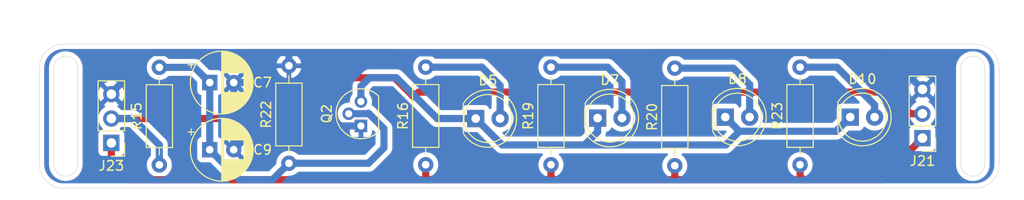
<source format=kicad_pcb>
(kicad_pcb (version 20241229) (generator "pcbnew") (generator_version "9.0")
  (layers (0 "F.Cu" signal) (2 "B.Cu" signal) (13 "F.Paste" user) (15 "B.Paste" user) (5 "F.SilkS" user "F.Silkscreen") (7 "B.SilkS" user "B.Silkscreen") (1 "F.Mask" user) (3 "B.Mask" user) (25 "Edge.Cuts" user))
  (net 0 "")
  (net 1 "Net-(Q2-B)")
  (net 2 "GND1")
  (net 3 "Net-(D5-A)")
  (net 4 "Net-(D10-K)")
  (net 5 "Net-(D7-A)")
  (net 6 "Net-(D8-A)")
  (net 7 "Net-(D10-A)")
  (net 8 "VCC")
  (net 9 "Net-(J21-Pin_2)")
  (footprint "Package_TO_SOT_THT:TO-92" (layer "F.Cu") (at 83.5 33.52 90)
    (property "Reference" "Q2" (at 1.27 -3.56 90) (layer "F.SilkS"))
    (property "Value" "2n2222A")
    (fp_line (start -0.53 1.85) (end 3.07 1.85) (stroke (width 0.12)) (layer "F.SilkS"))
    (fp_arc (start 1.27 -2.6) (mid 3.672087 -0.994977) (end 3.108478 1.838478) (stroke (width 0.12)) (layer "F.SilkS"))
    (fp_arc (start -0.568478 1.838478) (mid -1.132087 -0.994977) (end 1.27 -2.6) (stroke (width 0.12)) (layer "F.SilkS"))
    (pad "1" thru_hole rect (at 0 0 90) (size 1.3 1.3) (drill 0.75) (layers "*.Cu" "*.Mask") (net 2 "GND1"))
    (pad "2" thru_hole circle (at 1.27 -1.27 90) (size 1.3 1.3) (drill 0.75) (layers "*.Cu" "*.Mask") (net 1 "Net-(Q2-B)"))
    (pad "3" thru_hole circle (at 2.54 0 90) (size 1.3 1.3) (drill 0.75) (layers "*.Cu" "*.Mask") (net 4 "Net-(D10-K)"))
  )
  (footprint "Resistor_THT:R_Axial_DIN0207_L6.3mm_D2.5mm_P10.16mm_Horizontal" (layer "F.Cu") (at 62.5 37.58 90)
    (property "Reference" "R15" (at 5.08 -2.37 90) (layer "F.SilkS"))
    (property "Value" "47k")
    (fp_line (start 8.35 -1.37) (end 1.81 -1.37) (stroke (width 0.12)) (layer "F.SilkS"))
    (fp_line (start 1.81 -1.37) (end 1.81 1.37) (stroke (width 0.12)) (layer "F.SilkS"))
    (fp_line (start 9.12 0) (end 8.35 0) (stroke (width 0.12)) (layer "F.SilkS"))
    (fp_line (start 1.04 0) (end 1.81 0) (stroke (width 0.12)) (layer "F.SilkS"))
    (fp_line (start 8.35 1.37) (end 8.35 -1.37) (stroke (width 0.12)) (layer "F.SilkS"))
    (fp_line (start 1.81 1.37) (end 8.35 1.37) (stroke (width 0.12)) (layer "F.SilkS"))
    (pad "1" thru_hole circle (at 0 0 90) (size 1.6 1.6) (drill 0.8) (layers "*.Cu" "*.Mask") (net 9 "Net-(J21-Pin_2)"))
    (pad "2" thru_hole oval (at 10.16 0 90) (size 1.6 1.6) (drill 0.8) (layers "*.Cu" "*.Mask") (net 1 "Net-(Q2-B)"))
  )
  (footprint "LED_THT:LED_D5.0mm" (layer "F.Cu") (at 134.475 32.6)
    (property "Reference" "D10" (at 1.27 -3.96 0) (layer "F.SilkS"))
    (property "Value" "D")
    (fp_line (start -1.29 -1.545) (end -1.29 1.545) (stroke (width 0.12)) (layer "F.SilkS"))
    (fp_arc (start -1.29 -1.54483) (mid 2.071756 -2.880501) (end 4.26 -0.000048) (stroke (width 0.12)) (layer "F.SilkS"))
    (fp_arc (start 4.26 0.000048) (mid 2.071756 2.880501) (end -1.29 1.54483) (stroke (width 0.12)) (layer "F.SilkS"))
    (fp_circle (center 1.27 0) (end 3.77 0) (stroke (width 0.12)) (fill no) (layer "F.SilkS"))
    (pad "1" thru_hole rect (at 0 0) (size 1.8 1.8) (drill 0.9) (layers "*.Cu" "*.Mask") (net 4 "Net-(D10-K)"))
    (pad "2" thru_hole circle (at 2.54 0) (size 1.8 1.8) (drill 0.9) (layers "*.Cu" "*.Mask") (net 7 "Net-(D10-A)"))
  )
  (footprint "Resistor_THT:R_Axial_DIN0207_L6.3mm_D2.5mm_P10.16mm_Horizontal" (layer "F.Cu") (at 76 37.41 90)
    (property "Reference" "R22" (at 5.08 -2.37 90) (layer "F.SilkS"))
    (property "Value" "47k")
    (fp_line (start 8.35 -1.37) (end 1.81 -1.37) (stroke (width 0.12)) (layer "F.SilkS"))
    (fp_line (start 1.81 -1.37) (end 1.81 1.37) (stroke (width 0.12)) (layer "F.SilkS"))
    (fp_line (start 9.12 0) (end 8.35 0) (stroke (width 0.12)) (layer "F.SilkS"))
    (fp_line (start 1.04 0) (end 1.81 0) (stroke (width 0.12)) (layer "F.SilkS"))
    (fp_line (start 8.35 1.37) (end 8.35 -1.37) (stroke (width 0.12)) (layer "F.SilkS"))
    (fp_line (start 1.81 1.37) (end 8.35 1.37) (stroke (width 0.12)) (layer "F.SilkS"))
    (pad "1" thru_hole circle (at 0 0 90) (size 1.6 1.6) (drill 0.8) (layers "*.Cu" "*.Mask") (net 1 "Net-(Q2-B)"))
    (pad "2" thru_hole oval (at 10.16 0 90) (size 1.6 1.6) (drill 0.8) (layers "*.Cu" "*.Mask") (net 2 "GND1"))
  )
  (footprint "LED_THT:LED_D5.0mm" (layer "F.Cu") (at 108.16 32.7)
    (property "Reference" "D7" (at 1.27 -3.96 0) (layer "F.SilkS"))
    (property "Value" "D")
    (fp_line (start -1.29 -1.545) (end -1.29 1.545) (stroke (width 0.12)) (layer "F.SilkS"))
    (fp_arc (start -1.29 -1.54483) (mid 2.071756 -2.880501) (end 4.26 -0.000048) (stroke (width 0.12)) (layer "F.SilkS"))
    (fp_arc (start 4.26 0.000048) (mid 2.071756 2.880501) (end -1.29 1.54483) (stroke (width 0.12)) (layer "F.SilkS"))
    (fp_circle (center 1.27 0) (end 3.77 0) (stroke (width 0.12)) (fill no) (layer "F.SilkS"))
    (pad "1" thru_hole rect (at 0 0) (size 1.8 1.8) (drill 0.9) (layers "*.Cu" "*.Mask") (net 4 "Net-(D10-K)"))
    (pad "2" thru_hole circle (at 2.54 0) (size 1.8 1.8) (drill 0.9) (layers "*.Cu" "*.Mask") (net 5 "Net-(D7-A)"))
  )
  (footprint "Resistor_THT:R_Axial_DIN0207_L6.3mm_D2.5mm_P10.16mm_Horizontal" (layer "F.Cu") (at 129.25 37.56 90)
    (property "Reference" "R23" (at 5.08 -2.37 90) (layer "F.SilkS"))
    (property "Value" "1k")
    (fp_line (start 8.35 -1.37) (end 1.81 -1.37) (stroke (width 0.12)) (layer "F.SilkS"))
    (fp_line (start 1.81 -1.37) (end 1.81 1.37) (stroke (width 0.12)) (layer "F.SilkS"))
    (fp_line (start 9.12 0) (end 8.35 0) (stroke (width 0.12)) (layer "F.SilkS"))
    (fp_line (start 1.04 0) (end 1.81 0) (stroke (width 0.12)) (layer "F.SilkS"))
    (fp_line (start 8.35 1.37) (end 8.35 -1.37) (stroke (width 0.12)) (layer "F.SilkS"))
    (fp_line (start 1.81 1.37) (end 8.35 1.37) (stroke (width 0.12)) (layer "F.SilkS"))
    (pad "1" thru_hole circle (at 0 0 90) (size 1.6 1.6) (drill 0.8) (layers "*.Cu" "*.Mask") (net 8 "VCC"))
    (pad "2" thru_hole oval (at 10.16 0 90) (size 1.6 1.6) (drill 0.8) (layers "*.Cu" "*.Mask") (net 7 "Net-(D10-A)"))
  )
  (footprint "Connector_PinHeader_2.54mm:PinHeader_1x03_P2.54mm_Vertical" (layer "F.Cu") (at 142 34.79 180)
    (property "Reference" "J21" (at 0 -2.38 0) (layer "F.SilkS"))
    (property "Value" "Modulo 1")
    (fp_line (start 1.38 1.27) (end 1.38 6.46) (stroke (width 0.12)) (layer "F.SilkS"))
    (fp_line (start -1.38 6.46) (end 1.38 6.46) (stroke (width 0.12)) (layer "F.SilkS"))
    (fp_line (start -1.38 1.27) (end 1.38 1.27) (stroke (width 0.12)) (layer "F.SilkS"))
    (fp_line (start -1.38 1.27) (end -1.38 6.46) (stroke (width 0.12)) (layer "F.SilkS"))
    (fp_line (start -1.38 0) (end -1.38 -1.38) (stroke (width 0.12)) (layer "F.SilkS"))
    (fp_line (start -1.38 -1.38) (end 0 -1.38) (stroke (width 0.12)) (layer "F.SilkS"))
    (pad "1" thru_hole rect (at 0 0 180) (size 1.7 1.7) (drill 1) (layers "*.Cu" "*.Mask") (net 8 "VCC"))
    (pad "2" thru_hole circle (at 0 2.54 180) (size 1.7 1.7) (drill 1) (layers "*.Cu" "*.Mask") (net 9 "Net-(J21-Pin_2)"))
    (pad "3" thru_hole circle (at 0 5.08 180) (size 1.7 1.7) (drill 1) (layers "*.Cu" "*.Mask") (net 2 "GND1"))
  )
  (footprint "LED_THT:LED_D5.0mm" (layer "F.Cu") (at 121.46 32.6)
    (property "Reference" "D8" (at 1.27 -3.96 0) (layer "F.SilkS"))
    (property "Value" "D")
    (fp_line (start -1.29 -1.545) (end -1.29 1.545) (stroke (width 0.12)) (layer "F.SilkS"))
    (fp_arc (start -1.29 -1.54483) (mid 2.071756 -2.880501) (end 4.26 -0.000048) (stroke (width 0.12)) (layer "F.SilkS"))
    (fp_arc (start 4.26 0.000048) (mid 2.071756 2.880501) (end -1.29 1.54483) (stroke (width 0.12)) (layer "F.SilkS"))
    (fp_circle (center 1.27 0) (end 3.77 0) (stroke (width 0.12)) (fill no) (layer "F.SilkS"))
    (pad "1" thru_hole rect (at 0 0) (size 1.8 1.8) (drill 0.9) (layers "*.Cu" "*.Mask") (net 4 "Net-(D10-K)"))
    (pad "2" thru_hole circle (at 2.54 0) (size 1.8 1.8) (drill 0.9) (layers "*.Cu" "*.Mask") (net 6 "Net-(D8-A)"))
  )
  (footprint "Connector_PinHeader_2.54mm:PinHeader_1x03_P2.54mm_Vertical" (layer "F.Cu") (at 57.5 35.29 180)
    (property "Reference" "J23" (at 0 -2.38 0) (layer "F.SilkS"))
    (property "Value" "Modulo 1")
    (fp_line (start 1.38 1.27) (end 1.38 6.46) (stroke (width 0.12)) (layer "F.SilkS"))
    (fp_line (start -1.38 6.46) (end 1.38 6.46) (stroke (width 0.12)) (layer "F.SilkS"))
    (fp_line (start -1.38 1.27) (end 1.38 1.27) (stroke (width 0.12)) (layer "F.SilkS"))
    (fp_line (start -1.38 1.27) (end -1.38 6.46) (stroke (width 0.12)) (layer "F.SilkS"))
    (fp_line (start -1.38 0) (end -1.38 -1.38) (stroke (width 0.12)) (layer "F.SilkS"))
    (fp_line (start -1.38 -1.38) (end 0 -1.38) (stroke (width 0.12)) (layer "F.SilkS"))
    (pad "1" thru_hole rect (at 0 0 180) (size 1.7 1.7) (drill 1) (layers "*.Cu" "*.Mask") (net 8 "VCC"))
    (pad "2" thru_hole circle (at 0 2.54 180) (size 1.7 1.7) (drill 1) (layers "*.Cu" "*.Mask") (net 9 "Net-(J21-Pin_2)"))
    (pad "3" thru_hole circle (at 0 5.08 180) (size 1.7 1.7) (drill 1) (layers "*.Cu" "*.Mask") (net 2 "GND1"))
  )
  (footprint "Resistor_THT:R_Axial_DIN0207_L6.3mm_D2.5mm_P10.16mm_Horizontal" (layer "F.Cu") (at 90.25 37.56 90)
    (property "Reference" "R16" (at 5.08 -2.37 90) (layer "F.SilkS"))
    (property "Value" "1k")
    (fp_line (start 8.35 -1.37) (end 1.81 -1.37) (stroke (width 0.12)) (layer "F.SilkS"))
    (fp_line (start 1.81 -1.37) (end 1.81 1.37) (stroke (width 0.12)) (layer "F.SilkS"))
    (fp_line (start 9.12 0) (end 8.35 0) (stroke (width 0.12)) (layer "F.SilkS"))
    (fp_line (start 1.04 0) (end 1.81 0) (stroke (width 0.12)) (layer "F.SilkS"))
    (fp_line (start 8.35 1.37) (end 8.35 -1.37) (stroke (width 0.12)) (layer "F.SilkS"))
    (fp_line (start 1.81 1.37) (end 8.35 1.37) (stroke (width 0.12)) (layer "F.SilkS"))
    (pad "1" thru_hole circle (at 0 0 90) (size 1.6 1.6) (drill 0.8) (layers "*.Cu" "*.Mask") (net 8 "VCC"))
    (pad "2" thru_hole oval (at 10.16 0 90) (size 1.6 1.6) (drill 0.8) (layers "*.Cu" "*.Mask") (net 3 "Net-(D5-A)"))
  )
  (footprint "Resistor_THT:R_Axial_DIN0207_L6.3mm_D2.5mm_P10.16mm_Horizontal" (layer "F.Cu") (at 116.2 37.66 90)
    (property "Reference" "R20" (at 5.08 -2.37 90) (layer "F.SilkS"))
    (property "Value" "1k")
    (fp_line (start 8.35 -1.37) (end 1.81 -1.37) (stroke (width 0.12)) (layer "F.SilkS"))
    (fp_line (start 1.81 -1.37) (end 1.81 1.37) (stroke (width 0.12)) (layer "F.SilkS"))
    (fp_line (start 9.12 0) (end 8.35 0) (stroke (width 0.12)) (layer "F.SilkS"))
    (fp_line (start 1.04 0) (end 1.81 0) (stroke (width 0.12)) (layer "F.SilkS"))
    (fp_line (start 8.35 1.37) (end 8.35 -1.37) (stroke (width 0.12)) (layer "F.SilkS"))
    (fp_line (start 1.81 1.37) (end 8.35 1.37) (stroke (width 0.12)) (layer "F.SilkS"))
    (pad "1" thru_hole circle (at 0 0 90) (size 1.6 1.6) (drill 0.8) (layers "*.Cu" "*.Mask") (net 8 "VCC"))
    (pad "2" thru_hole oval (at 10.16 0 90) (size 1.6 1.6) (drill 0.8) (layers "*.Cu" "*.Mask") (net 6 "Net-(D8-A)"))
  )
  (footprint "Resistor_THT:R_Axial_DIN0207_L6.3mm_D2.5mm_P10.16mm_Horizontal" (layer "F.Cu") (at 103.3 37.56 90)
    (property "Reference" "R19" (at 5.08 -2.37 90) (layer "F.SilkS"))
    (property "Value" "1k")
    (fp_line (start 8.35 -1.37) (end 1.81 -1.37) (stroke (width 0.12)) (layer "F.SilkS"))
    (fp_line (start 1.81 -1.37) (end 1.81 1.37) (stroke (width 0.12)) (layer "F.SilkS"))
    (fp_line (start 9.12 0) (end 8.35 0) (stroke (width 0.12)) (layer "F.SilkS"))
    (fp_line (start 1.04 0) (end 1.81 0) (stroke (width 0.12)) (layer "F.SilkS"))
    (fp_line (start 8.35 1.37) (end 8.35 -1.37) (stroke (width 0.12)) (layer "F.SilkS"))
    (fp_line (start 1.81 1.37) (end 8.35 1.37) (stroke (width 0.12)) (layer "F.SilkS"))
    (pad "1" thru_hole circle (at 0 0 90) (size 1.6 1.6) (drill 0.8) (layers "*.Cu" "*.Mask") (net 8 "VCC"))
    (pad "2" thru_hole oval (at 10.16 0 90) (size 1.6 1.6) (drill 0.8) (layers "*.Cu" "*.Mask") (net 5 "Net-(D7-A)"))
  )
  (footprint "Capacitor_THT:CP_Radial_D6.3mm_P2.50mm" (layer "F.Cu") (at 67.75 36)
    (property "Reference" "C9" (at 5.5 0 0) (layer "F.SilkS"))
    (property "Value" "220uF")
    (fp_line (start -2.250241 -1.839) (end -1.620241 -1.839) (stroke (width 0.12)) (layer "F.SilkS"))
    (fp_line (start -1.935241 -2.154) (end -1.935241 -1.524) (stroke (width 0.12)) (layer "F.SilkS"))
    (fp_line (start 1.25 -3.23) (end 1.25 3.23) (stroke (width 0.12)) (layer "F.SilkS"))
    (fp_line (start 1.29 -3.23) (end 1.29 3.23) (stroke (width 0.12)) (layer "F.SilkS"))
    (fp_line (start 1.33 -3.229) (end 1.33 3.229) (stroke (width 0.12)) (layer "F.SilkS"))
    (fp_line (start 1.37 -3.228) (end 1.37 3.228) (stroke (width 0.12)) (layer "F.SilkS"))
    (fp_line (start 1.41 -3.226) (end 1.41 3.226) (stroke (width 0.12)) (layer "F.SilkS"))
    (fp_line (start 1.45 -3.224) (end 1.45 3.224) (stroke (width 0.12)) (layer "F.SilkS"))
    (fp_line (start 1.49 -3.221) (end 1.49 -1.04) (stroke (width 0.12)) (layer "F.SilkS"))
    (fp_line (start 1.49 1.04) (end 1.49 3.221) (stroke (width 0.12)) (layer "F.SilkS"))
    (fp_line (start 1.53 -3.218) (end 1.53 -1.04) (stroke (width 0.12)) (layer "F.SilkS"))
    (fp_line (start 1.53 1.04) (end 1.53 3.218) (stroke (width 0.12)) (layer "F.SilkS"))
    (fp_line (start 1.57 -3.214) (end 1.57 -1.04) (stroke (width 0.12)) (layer "F.SilkS"))
    (fp_line (start 1.57 1.04) (end 1.57 3.214) (stroke (width 0.12)) (layer "F.SilkS"))
    (fp_line (start 1.61 -3.21) (end 1.61 -1.04) (stroke (width 0.12)) (layer "F.SilkS"))
    (fp_line (start 1.61 1.04) (end 1.61 3.21) (stroke (width 0.12)) (layer "F.SilkS"))
    (fp_line (start 1.65 -3.205) (end 1.65 -1.04) (stroke (width 0.12)) (layer "F.SilkS"))
    (fp_line (start 1.65 1.04) (end 1.65 3.205) (stroke (width 0.12)) (layer "F.SilkS"))
    (fp_line (start 1.69 -3.2) (end 1.69 -1.04) (stroke (width 0.12)) (layer "F.SilkS"))
    (fp_line (start 1.69 1.04) (end 1.69 3.2) (stroke (width 0.12)) (layer "F.SilkS"))
    (fp_line (start 1.73 -3.195) (end 1.73 -1.04) (stroke (width 0.12)) (layer "F.SilkS"))
    (fp_line (start 1.73 1.04) (end 1.73 3.195) (stroke (width 0.12)) (layer "F.SilkS"))
    (fp_line (start 1.77 -3.188) (end 1.77 -1.04) (stroke (width 0.12)) (layer "F.SilkS"))
    (fp_line (start 1.77 1.04) (end 1.77 3.188) (stroke (width 0.12)) (layer "F.SilkS"))
    (fp_line (start 1.81 -3.182) (end 1.81 -1.04) (stroke (width 0.12)) (layer "F.SilkS"))
    (fp_line (start 1.81 1.04) (end 1.81 3.182) (stroke (width 0.12)) (layer "F.SilkS"))
    (fp_line (start 1.85 -3.174) (end 1.85 -1.04) (stroke (width 0.12)) (layer "F.SilkS"))
    (fp_line (start 1.85 1.04) (end 1.85 3.174) (stroke (width 0.12)) (layer "F.SilkS"))
    (fp_line (start 1.89 -3.167) (end 1.89 -1.04) (stroke (width 0.12)) (layer "F.SilkS"))
    (fp_line (start 1.89 1.04) (end 1.89 3.167) (stroke (width 0.12)) (layer "F.SilkS"))
    (fp_line (start 1.93 -3.159) (end 1.93 -1.04) (stroke (width 0.12)) (layer "F.SilkS"))
    (fp_line (start 1.93 1.04) (end 1.93 3.159) (stroke (width 0.12)) (layer "F.SilkS"))
    (fp_line (start 1.97 -3.15) (end 1.97 -1.04) (stroke (width 0.12)) (layer "F.SilkS"))
    (fp_line (start 1.97 1.04) (end 1.97 3.15) (stroke (width 0.12)) (layer "F.SilkS"))
    (fp_line (start 2.01 -3.14) (end 2.01 -1.04) (stroke (width 0.12)) (layer "F.SilkS"))
    (fp_line (start 2.01 1.04) (end 2.01 3.14) (stroke (width 0.12)) (layer "F.SilkS"))
    (fp_line (start 2.05 -3.131) (end 2.05 -1.04) (stroke (width 0.12)) (layer "F.SilkS"))
    (fp_line (start 2.05 1.04) (end 2.05 3.131) (stroke (width 0.12)) (layer "F.SilkS"))
    (fp_line (start 2.09 -3.12) (end 2.09 -1.04) (stroke (width 0.12)) (layer "F.SilkS"))
    (fp_line (start 2.09 1.04) (end 2.09 3.12) (stroke (width 0.12)) (layer "F.SilkS"))
    (fp_line (start 2.13 -3.109) (end 2.13 -1.04) (stroke (width 0.12)) (layer "F.SilkS"))
    (fp_line (start 2.13 1.04) (end 2.13 3.109) (stroke (width 0.12)) (layer "F.SilkS"))
    (fp_line (start 2.17 -3.098) (end 2.17 -1.04) (stroke (width 0.12)) (layer "F.SilkS"))
    (fp_line (start 2.17 1.04) (end 2.17 3.098) (stroke (width 0.12)) (layer "F.SilkS"))
    (fp_line (start 2.21 -3.086) (end 2.21 -1.04) (stroke (width 0.12)) (layer "F.SilkS"))
    (fp_line (start 2.21 1.04) (end 2.21 3.086) (stroke (width 0.12)) (layer "F.SilkS"))
    (fp_line (start 2.25 -3.073) (end 2.25 -1.04) (stroke (width 0.12)) (layer "F.SilkS"))
    (fp_line (start 2.25 1.04) (end 2.25 3.073) (stroke (width 0.12)) (layer "F.SilkS"))
    (fp_line (start 2.29 -3.06) (end 2.29 -1.04) (stroke (width 0.12)) (layer "F.SilkS"))
    (fp_line (start 2.29 1.04) (end 2.29 3.06) (stroke (width 0.12)) (layer "F.SilkS"))
    (fp_line (start 2.33 -3.047) (end 2.33 -1.04) (stroke (width 0.12)) (layer "F.SilkS"))
    (fp_line (start 2.33 1.04) (end 2.33 3.047) (stroke (width 0.12)) (layer "F.SilkS"))
    (fp_line (start 2.37 -3.032) (end 2.37 -1.04) (stroke (width 0.12)) (layer "F.SilkS"))
    (fp_line (start 2.37 1.04) (end 2.37 3.032) (stroke (width 0.12)) (layer "F.SilkS"))
    (fp_line (start 2.41 -3.017) (end 2.41 -1.04) (stroke (width 0.12)) (layer "F.SilkS"))
    (fp_line (start 2.41 1.04) (end 2.41 3.017) (stroke (width 0.12)) (layer "F.SilkS"))
    (fp_line (start 2.45 -3.002) (end 2.45 -1.04) (stroke (width 0.12)) (layer "F.SilkS"))
    (fp_line (start 2.45 1.04) (end 2.45 3.002) (stroke (width 0.12)) (layer "F.SilkS"))
    (fp_line (start 2.49 -2.986) (end 2.49 -1.04) (stroke (width 0.12)) (layer "F.SilkS"))
    (fp_line (start 2.49 1.04) (end 2.49 2.986) (stroke (width 0.12)) (layer "F.SilkS"))
    (fp_line (start 2.53 -2.969) (end 2.53 -1.04) (stroke (width 0.12)) (layer "F.SilkS"))
    (fp_line (start 2.53 1.04) (end 2.53 2.969) (stroke (width 0.12)) (layer "F.SilkS"))
    (fp_line (start 2.57 -2.952) (end 2.57 -1.04) (stroke (width 0.12)) (layer "F.SilkS"))
    (fp_line (start 2.57 1.04) (end 2.57 2.952) (stroke (width 0.12)) (layer "F.SilkS"))
    (fp_line (start 2.61 -2.934) (end 2.61 -1.04) (stroke (width 0.12)) (layer "F.SilkS"))
    (fp_line (start 2.61 1.04) (end 2.61 2.934) (stroke (width 0.12)) (layer "F.SilkS"))
    (fp_line (start 2.65 -2.915) (end 2.65 -1.04) (stroke (width 0.12)) (layer "F.SilkS"))
    (fp_line (start 2.65 1.04) (end 2.65 2.915) (stroke (width 0.12)) (layer "F.SilkS"))
    (fp_line (start 2.69 -2.896) (end 2.69 -1.04) (stroke (width 0.12)) (layer "F.SilkS"))
    (fp_line (start 2.69 1.04) (end 2.69 2.896) (stroke (width 0.12)) (layer "F.SilkS"))
    (fp_line (start 2.73 -2.876) (end 2.73 -1.04) (stroke (width 0.12)) (layer "F.SilkS"))
    (fp_line (start 2.73 1.04) (end 2.73 2.876) (stroke (width 0.12)) (layer "F.SilkS"))
    (fp_line (start 2.77 -2.855) (end 2.77 -1.04) (stroke (width 0.12)) (layer "F.SilkS"))
    (fp_line (start 2.77 1.04) (end 2.77 2.855) (stroke (width 0.12)) (layer "F.SilkS"))
    (fp_line (start 2.81 -2.834) (end 2.81 -1.04) (stroke (width 0.12)) (layer "F.SilkS"))
    (fp_line (start 2.81 1.04) (end 2.81 2.834) (stroke (width 0.12)) (layer "F.SilkS"))
    (fp_line (start 2.85 -2.812) (end 2.85 -1.04) (stroke (width 0.12)) (layer "F.SilkS"))
    (fp_line (start 2.85 1.04) (end 2.85 2.812) (stroke (width 0.12)) (layer "F.SilkS"))
    (fp_line (start 2.89 -2.789) (end 2.89 -1.04) (stroke (width 0.12)) (layer "F.SilkS"))
    (fp_line (start 2.89 1.04) (end 2.89 2.789) (stroke (width 0.12)) (layer "F.SilkS"))
    (fp_line (start 2.93 -2.765) (end 2.93 -1.04) (stroke (width 0.12)) (layer "F.SilkS"))
    (fp_line (start 2.93 1.04) (end 2.93 2.765) (stroke (width 0.12)) (layer "F.SilkS"))
    (fp_line (start 2.97 -2.741) (end 2.97 -1.04) (stroke (width 0.12)) (layer "F.SilkS"))
    (fp_line (start 2.97 1.04) (end 2.97 2.741) (stroke (width 0.12)) (layer "F.SilkS"))
    (fp_line (start 3.01 -2.716) (end 3.01 -1.04) (stroke (width 0.12)) (layer "F.SilkS"))
    (fp_line (start 3.01 1.04) (end 3.01 2.716) (stroke (width 0.12)) (layer "F.SilkS"))
    (fp_line (start 3.05 -2.69) (end 3.05 -1.04) (stroke (width 0.12)) (layer "F.SilkS"))
    (fp_line (start 3.05 1.04) (end 3.05 2.69) (stroke (width 0.12)) (layer "F.SilkS"))
    (fp_line (start 3.09 -2.663) (end 3.09 -1.04) (stroke (width 0.12)) (layer "F.SilkS"))
    (fp_line (start 3.09 1.04) (end 3.09 2.663) (stroke (width 0.12)) (layer "F.SilkS"))
    (fp_line (start 3.13 -2.636) (end 3.13 -1.04) (stroke (width 0.12)) (layer "F.SilkS"))
    (fp_line (start 3.13 1.04) (end 3.13 2.636) (stroke (width 0.12)) (layer "F.SilkS"))
    (fp_line (start 3.17 -2.607) (end 3.17 -1.04) (stroke (width 0.12)) (layer "F.SilkS"))
    (fp_line (start 3.17 1.04) (end 3.17 2.607) (stroke (width 0.12)) (layer "F.SilkS"))
    (fp_line (start 3.21 -2.577) (end 3.21 -1.04) (stroke (width 0.12)) (layer "F.SilkS"))
    (fp_line (start 3.21 1.04) (end 3.21 2.577) (stroke (width 0.12)) (layer "F.SilkS"))
    (fp_line (start 3.25 -2.547) (end 3.25 -1.04) (stroke (width 0.12)) (layer "F.SilkS"))
    (fp_line (start 3.25 1.04) (end 3.25 2.547) (stroke (width 0.12)) (layer "F.SilkS"))
    (fp_line (start 3.29 -2.516) (end 3.29 -1.04) (stroke (width 0.12)) (layer "F.SilkS"))
    (fp_line (start 3.29 1.04) (end 3.29 2.516) (stroke (width 0.12)) (layer "F.SilkS"))
    (fp_line (start 3.33 -2.483) (end 3.33 -1.04) (stroke (width 0.12)) (layer "F.SilkS"))
    (fp_line (start 3.33 1.04) (end 3.33 2.483) (stroke (width 0.12)) (layer "F.SilkS"))
    (fp_line (start 3.37 -2.45) (end 3.37 -1.04) (stroke (width 0.12)) (layer "F.SilkS"))
    (fp_line (start 3.37 1.04) (end 3.37 2.45) (stroke (width 0.12)) (layer "F.SilkS"))
    (fp_line (start 3.41 -2.415) (end 3.41 -1.04) (stroke (width 0.12)) (layer "F.SilkS"))
    (fp_line (start 3.41 1.04) (end 3.41 2.415) (stroke (width 0.12)) (layer "F.SilkS"))
    (fp_line (start 3.45 -2.379) (end 3.45 -1.04) (stroke (width 0.12)) (layer "F.SilkS"))
    (fp_line (start 3.45 1.04) (end 3.45 2.379) (stroke (width 0.12)) (layer "F.SilkS"))
    (fp_line (start 3.49 -2.342) (end 3.49 -1.04) (stroke (width 0.12)) (layer "F.SilkS"))
    (fp_line (start 3.49 1.04) (end 3.49 2.342) (stroke (width 0.12)) (layer "F.SilkS"))
    (fp_line (start 3.53 -2.304) (end 3.53 -1.04) (stroke (width 0.12)) (layer "F.SilkS"))
    (fp_line (start 3.53 1.04) (end 3.53 2.304) (stroke (width 0.12)) (layer "F.SilkS"))
    (fp_line (start 3.57 -2.264) (end 3.57 2.264) (stroke (width 0.12)) (layer "F.SilkS"))
    (fp_line (start 3.61 -2.223) (end 3.61 2.223) (stroke (width 0.12)) (layer "F.SilkS"))
    (fp_line (start 3.65 -2.181) (end 3.65 2.181) (stroke (width 0.12)) (layer "F.SilkS"))
    (fp_line (start 3.69 -2.137) (end 3.69 2.137) (stroke (width 0.12)) (layer "F.SilkS"))
    (fp_line (start 3.73 -2.091) (end 3.73 2.091) (stroke (width 0.12)) (layer "F.SilkS"))
    (fp_line (start 3.77 -2.044) (end 3.77 2.044) (stroke (width 0.12)) (layer "F.SilkS"))
    (fp_line (start 3.81 -1.995) (end 3.81 1.995) (stroke (width 0.12)) (layer "F.SilkS"))
    (fp_line (start 3.85 -1.943) (end 3.85 1.943) (stroke (width 0.12)) (layer "F.SilkS"))
    (fp_line (start 3.89 -1.89) (end 3.89 1.89) (stroke (width 0.12)) (layer "F.SilkS"))
    (fp_line (start 3.93 -1.834) (end 3.93 1.834) (stroke (width 0.12)) (layer "F.SilkS"))
    (fp_line (start 3.97 -1.775) (end 3.97 1.775) (stroke (width 0.12)) (layer "F.SilkS"))
    (fp_line (start 4.01 -1.714) (end 4.01 1.714) (stroke (width 0.12)) (layer "F.SilkS"))
    (fp_line (start 4.05 -1.649) (end 4.05 1.649) (stroke (width 0.12)) (layer "F.SilkS"))
    (fp_line (start 4.09 -1.581) (end 4.09 1.581) (stroke (width 0.12)) (layer "F.SilkS"))
    (fp_line (start 4.13 -1.509) (end 4.13 1.509) (stroke (width 0.12)) (layer "F.SilkS"))
    (fp_line (start 4.17 -1.432) (end 4.17 1.432) (stroke (width 0.12)) (layer "F.SilkS"))
    (fp_line (start 4.21 -1.35) (end 4.21 1.35) (stroke (width 0.12)) (layer "F.SilkS"))
    (fp_line (start 4.25 -1.261) (end 4.25 1.261) (stroke (width 0.12)) (layer "F.SilkS"))
    (fp_line (start 4.29 -1.165) (end 4.29 1.165) (stroke (width 0.12)) (layer "F.SilkS"))
    (fp_line (start 4.33 -1.058) (end 4.33 1.058) (stroke (width 0.12)) (layer "F.SilkS"))
    (fp_line (start 4.37 -0.939) (end 4.37 0.939) (stroke (width 0.12)) (layer "F.SilkS"))
    (fp_line (start 4.41 -0.801) (end 4.41 0.801) (stroke (width 0.12)) (layer "F.SilkS"))
    (fp_line (start 4.45 -0.633) (end 4.45 0.633) (stroke (width 0.12)) (layer "F.SilkS"))
    (fp_line (start 4.49 -0.402) (end 4.49 0.402) (stroke (width 0.12)) (layer "F.SilkS"))
    (fp_circle (center 1.25 0) (end 4.52 0) (stroke (width 0.12)) (fill no) (layer "F.SilkS"))
    (pad "1" thru_hole rect (at 0 0) (size 1.6 1.6) (drill 0.8) (layers "*.Cu" "*.Mask") (net 1 "Net-(Q2-B)"))
    (pad "2" thru_hole circle (at 2.5 0) (size 1.6 1.6) (drill 0.8) (layers "*.Cu" "*.Mask") (net 2 "GND1"))
  )
  (footprint "Capacitor_THT:CP_Radial_D6.3mm_P2.50mm" (layer "F.Cu") (at 67.75 29)
    (property "Reference" "C7" (at 5.5 0 0) (layer "F.SilkS"))
    (property "Value" "220uF")
    (fp_line (start -2.250241 -1.839) (end -1.620241 -1.839) (stroke (width 0.12)) (layer "F.SilkS"))
    (fp_line (start -1.935241 -2.154) (end -1.935241 -1.524) (stroke (width 0.12)) (layer "F.SilkS"))
    (fp_line (start 1.25 -3.23) (end 1.25 3.23) (stroke (width 0.12)) (layer "F.SilkS"))
    (fp_line (start 1.29 -3.23) (end 1.29 3.23) (stroke (width 0.12)) (layer "F.SilkS"))
    (fp_line (start 1.33 -3.229) (end 1.33 3.229) (stroke (width 0.12)) (layer "F.SilkS"))
    (fp_line (start 1.37 -3.228) (end 1.37 3.228) (stroke (width 0.12)) (layer "F.SilkS"))
    (fp_line (start 1.41 -3.226) (end 1.41 3.226) (stroke (width 0.12)) (layer "F.SilkS"))
    (fp_line (start 1.45 -3.224) (end 1.45 3.224) (stroke (width 0.12)) (layer "F.SilkS"))
    (fp_line (start 1.49 -3.221) (end 1.49 -1.04) (stroke (width 0.12)) (layer "F.SilkS"))
    (fp_line (start 1.49 1.04) (end 1.49 3.221) (stroke (width 0.12)) (layer "F.SilkS"))
    (fp_line (start 1.53 -3.218) (end 1.53 -1.04) (stroke (width 0.12)) (layer "F.SilkS"))
    (fp_line (start 1.53 1.04) (end 1.53 3.218) (stroke (width 0.12)) (layer "F.SilkS"))
    (fp_line (start 1.57 -3.214) (end 1.57 -1.04) (stroke (width 0.12)) (layer "F.SilkS"))
    (fp_line (start 1.57 1.04) (end 1.57 3.214) (stroke (width 0.12)) (layer "F.SilkS"))
    (fp_line (start 1.61 -3.21) (end 1.61 -1.04) (stroke (width 0.12)) (layer "F.SilkS"))
    (fp_line (start 1.61 1.04) (end 1.61 3.21) (stroke (width 0.12)) (layer "F.SilkS"))
    (fp_line (start 1.65 -3.205) (end 1.65 -1.04) (stroke (width 0.12)) (layer "F.SilkS"))
    (fp_line (start 1.65 1.04) (end 1.65 3.205) (stroke (width 0.12)) (layer "F.SilkS"))
    (fp_line (start 1.69 -3.2) (end 1.69 -1.04) (stroke (width 0.12)) (layer "F.SilkS"))
    (fp_line (start 1.69 1.04) (end 1.69 3.2) (stroke (width 0.12)) (layer "F.SilkS"))
    (fp_line (start 1.73 -3.195) (end 1.73 -1.04) (stroke (width 0.12)) (layer "F.SilkS"))
    (fp_line (start 1.73 1.04) (end 1.73 3.195) (stroke (width 0.12)) (layer "F.SilkS"))
    (fp_line (start 1.77 -3.188) (end 1.77 -1.04) (stroke (width 0.12)) (layer "F.SilkS"))
    (fp_line (start 1.77 1.04) (end 1.77 3.188) (stroke (width 0.12)) (layer "F.SilkS"))
    (fp_line (start 1.81 -3.182) (end 1.81 -1.04) (stroke (width 0.12)) (layer "F.SilkS"))
    (fp_line (start 1.81 1.04) (end 1.81 3.182) (stroke (width 0.12)) (layer "F.SilkS"))
    (fp_line (start 1.85 -3.174) (end 1.85 -1.04) (stroke (width 0.12)) (layer "F.SilkS"))
    (fp_line (start 1.85 1.04) (end 1.85 3.174) (stroke (width 0.12)) (layer "F.SilkS"))
    (fp_line (start 1.89 -3.167) (end 1.89 -1.04) (stroke (width 0.12)) (layer "F.SilkS"))
    (fp_line (start 1.89 1.04) (end 1.89 3.167) (stroke (width 0.12)) (layer "F.SilkS"))
    (fp_line (start 1.93 -3.159) (end 1.93 -1.04) (stroke (width 0.12)) (layer "F.SilkS"))
    (fp_line (start 1.93 1.04) (end 1.93 3.159) (stroke (width 0.12)) (layer "F.SilkS"))
    (fp_line (start 1.97 -3.15) (end 1.97 -1.04) (stroke (width 0.12)) (layer "F.SilkS"))
    (fp_line (start 1.97 1.04) (end 1.97 3.15) (stroke (width 0.12)) (layer "F.SilkS"))
    (fp_line (start 2.01 -3.14) (end 2.01 -1.04) (stroke (width 0.12)) (layer "F.SilkS"))
    (fp_line (start 2.01 1.04) (end 2.01 3.14) (stroke (width 0.12)) (layer "F.SilkS"))
    (fp_line (start 2.05 -3.131) (end 2.05 -1.04) (stroke (width 0.12)) (layer "F.SilkS"))
    (fp_line (start 2.05 1.04) (end 2.05 3.131) (stroke (width 0.12)) (layer "F.SilkS"))
    (fp_line (start 2.09 -3.12) (end 2.09 -1.04) (stroke (width 0.12)) (layer "F.SilkS"))
    (fp_line (start 2.09 1.04) (end 2.09 3.12) (stroke (width 0.12)) (layer "F.SilkS"))
    (fp_line (start 2.13 -3.109) (end 2.13 -1.04) (stroke (width 0.12)) (layer "F.SilkS"))
    (fp_line (start 2.13 1.04) (end 2.13 3.109) (stroke (width 0.12)) (layer "F.SilkS"))
    (fp_line (start 2.17 -3.098) (end 2.17 -1.04) (stroke (width 0.12)) (layer "F.SilkS"))
    (fp_line (start 2.17 1.04) (end 2.17 3.098) (stroke (width 0.12)) (layer "F.SilkS"))
    (fp_line (start 2.21 -3.086) (end 2.21 -1.04) (stroke (width 0.12)) (layer "F.SilkS"))
    (fp_line (start 2.21 1.04) (end 2.21 3.086) (stroke (width 0.12)) (layer "F.SilkS"))
    (fp_line (start 2.25 -3.073) (end 2.25 -1.04) (stroke (width 0.12)) (layer "F.SilkS"))
    (fp_line (start 2.25 1.04) (end 2.25 3.073) (stroke (width 0.12)) (layer "F.SilkS"))
    (fp_line (start 2.29 -3.06) (end 2.29 -1.04) (stroke (width 0.12)) (layer "F.SilkS"))
    (fp_line (start 2.29 1.04) (end 2.29 3.06) (stroke (width 0.12)) (layer "F.SilkS"))
    (fp_line (start 2.33 -3.047) (end 2.33 -1.04) (stroke (width 0.12)) (layer "F.SilkS"))
    (fp_line (start 2.33 1.04) (end 2.33 3.047) (stroke (width 0.12)) (layer "F.SilkS"))
    (fp_line (start 2.37 -3.032) (end 2.37 -1.04) (stroke (width 0.12)) (layer "F.SilkS"))
    (fp_line (start 2.37 1.04) (end 2.37 3.032) (stroke (width 0.12)) (layer "F.SilkS"))
    (fp_line (start 2.41 -3.017) (end 2.41 -1.04) (stroke (width 0.12)) (layer "F.SilkS"))
    (fp_line (start 2.41 1.04) (end 2.41 3.017) (stroke (width 0.12)) (layer "F.SilkS"))
    (fp_line (start 2.45 -3.002) (end 2.45 -1.04) (stroke (width 0.12)) (layer "F.SilkS"))
    (fp_line (start 2.45 1.04) (end 2.45 3.002) (stroke (width 0.12)) (layer "F.SilkS"))
    (fp_line (start 2.49 -2.986) (end 2.49 -1.04) (stroke (width 0.12)) (layer "F.SilkS"))
    (fp_line (start 2.49 1.04) (end 2.49 2.986) (stroke (width 0.12)) (layer "F.SilkS"))
    (fp_line (start 2.53 -2.969) (end 2.53 -1.04) (stroke (width 0.12)) (layer "F.SilkS"))
    (fp_line (start 2.53 1.04) (end 2.53 2.969) (stroke (width 0.12)) (layer "F.SilkS"))
    (fp_line (start 2.57 -2.952) (end 2.57 -1.04) (stroke (width 0.12)) (layer "F.SilkS"))
    (fp_line (start 2.57 1.04) (end 2.57 2.952) (stroke (width 0.12)) (layer "F.SilkS"))
    (fp_line (start 2.61 -2.934) (end 2.61 -1.04) (stroke (width 0.12)) (layer "F.SilkS"))
    (fp_line (start 2.61 1.04) (end 2.61 2.934) (stroke (width 0.12)) (layer "F.SilkS"))
    (fp_line (start 2.65 -2.915) (end 2.65 -1.04) (stroke (width 0.12)) (layer "F.SilkS"))
    (fp_line (start 2.65 1.04) (end 2.65 2.915) (stroke (width 0.12)) (layer "F.SilkS"))
    (fp_line (start 2.69 -2.896) (end 2.69 -1.04) (stroke (width 0.12)) (layer "F.SilkS"))
    (fp_line (start 2.69 1.04) (end 2.69 2.896) (stroke (width 0.12)) (layer "F.SilkS"))
    (fp_line (start 2.73 -2.876) (end 2.73 -1.04) (stroke (width 0.12)) (layer "F.SilkS"))
    (fp_line (start 2.73 1.04) (end 2.73 2.876) (stroke (width 0.12)) (layer "F.SilkS"))
    (fp_line (start 2.77 -2.855) (end 2.77 -1.04) (stroke (width 0.12)) (layer "F.SilkS"))
    (fp_line (start 2.77 1.04) (end 2.77 2.855) (stroke (width 0.12)) (layer "F.SilkS"))
    (fp_line (start 2.81 -2.834) (end 2.81 -1.04) (stroke (width 0.12)) (layer "F.SilkS"))
    (fp_line (start 2.81 1.04) (end 2.81 2.834) (stroke (width 0.12)) (layer "F.SilkS"))
    (fp_line (start 2.85 -2.812) (end 2.85 -1.04) (stroke (width 0.12)) (layer "F.SilkS"))
    (fp_line (start 2.85 1.04) (end 2.85 2.812) (stroke (width 0.12)) (layer "F.SilkS"))
    (fp_line (start 2.89 -2.789) (end 2.89 -1.04) (stroke (width 0.12)) (layer "F.SilkS"))
    (fp_line (start 2.89 1.04) (end 2.89 2.789) (stroke (width 0.12)) (layer "F.SilkS"))
    (fp_line (start 2.93 -2.765) (end 2.93 -1.04) (stroke (width 0.12)) (layer "F.SilkS"))
    (fp_line (start 2.93 1.04) (end 2.93 2.765) (stroke (width 0.12)) (layer "F.SilkS"))
    (fp_line (start 2.97 -2.741) (end 2.97 -1.04) (stroke (width 0.12)) (layer "F.SilkS"))
    (fp_line (start 2.97 1.04) (end 2.97 2.741) (stroke (width 0.12)) (layer "F.SilkS"))
    (fp_line (start 3.01 -2.716) (end 3.01 -1.04) (stroke (width 0.12)) (layer "F.SilkS"))
    (fp_line (start 3.01 1.04) (end 3.01 2.716) (stroke (width 0.12)) (layer "F.SilkS"))
    (fp_line (start 3.05 -2.69) (end 3.05 -1.04) (stroke (width 0.12)) (layer "F.SilkS"))
    (fp_line (start 3.05 1.04) (end 3.05 2.69) (stroke (width 0.12)) (layer "F.SilkS"))
    (fp_line (start 3.09 -2.663) (end 3.09 -1.04) (stroke (width 0.12)) (layer "F.SilkS"))
    (fp_line (start 3.09 1.04) (end 3.09 2.663) (stroke (width 0.12)) (layer "F.SilkS"))
    (fp_line (start 3.13 -2.636) (end 3.13 -1.04) (stroke (width 0.12)) (layer "F.SilkS"))
    (fp_line (start 3.13 1.04) (end 3.13 2.636) (stroke (width 0.12)) (layer "F.SilkS"))
    (fp_line (start 3.17 -2.607) (end 3.17 -1.04) (stroke (width 0.12)) (layer "F.SilkS"))
    (fp_line (start 3.17 1.04) (end 3.17 2.607) (stroke (width 0.12)) (layer "F.SilkS"))
    (fp_line (start 3.21 -2.577) (end 3.21 -1.04) (stroke (width 0.12)) (layer "F.SilkS"))
    (fp_line (start 3.21 1.04) (end 3.21 2.577) (stroke (width 0.12)) (layer "F.SilkS"))
    (fp_line (start 3.25 -2.547) (end 3.25 -1.04) (stroke (width 0.12)) (layer "F.SilkS"))
    (fp_line (start 3.25 1.04) (end 3.25 2.547) (stroke (width 0.12)) (layer "F.SilkS"))
    (fp_line (start 3.29 -2.516) (end 3.29 -1.04) (stroke (width 0.12)) (layer "F.SilkS"))
    (fp_line (start 3.29 1.04) (end 3.29 2.516) (stroke (width 0.12)) (layer "F.SilkS"))
    (fp_line (start 3.33 -2.483) (end 3.33 -1.04) (stroke (width 0.12)) (layer "F.SilkS"))
    (fp_line (start 3.33 1.04) (end 3.33 2.483) (stroke (width 0.12)) (layer "F.SilkS"))
    (fp_line (start 3.37 -2.45) (end 3.37 -1.04) (stroke (width 0.12)) (layer "F.SilkS"))
    (fp_line (start 3.37 1.04) (end 3.37 2.45) (stroke (width 0.12)) (layer "F.SilkS"))
    (fp_line (start 3.41 -2.415) (end 3.41 -1.04) (stroke (width 0.12)) (layer "F.SilkS"))
    (fp_line (start 3.41 1.04) (end 3.41 2.415) (stroke (width 0.12)) (layer "F.SilkS"))
    (fp_line (start 3.45 -2.379) (end 3.45 -1.04) (stroke (width 0.12)) (layer "F.SilkS"))
    (fp_line (start 3.45 1.04) (end 3.45 2.379) (stroke (width 0.12)) (layer "F.SilkS"))
    (fp_line (start 3.49 -2.342) (end 3.49 -1.04) (stroke (width 0.12)) (layer "F.SilkS"))
    (fp_line (start 3.49 1.04) (end 3.49 2.342) (stroke (width 0.12)) (layer "F.SilkS"))
    (fp_line (start 3.53 -2.304) (end 3.53 -1.04) (stroke (width 0.12)) (layer "F.SilkS"))
    (fp_line (start 3.53 1.04) (end 3.53 2.304) (stroke (width 0.12)) (layer "F.SilkS"))
    (fp_line (start 3.57 -2.264) (end 3.57 2.264) (stroke (width 0.12)) (layer "F.SilkS"))
    (fp_line (start 3.61 -2.223) (end 3.61 2.223) (stroke (width 0.12)) (layer "F.SilkS"))
    (fp_line (start 3.65 -2.181) (end 3.65 2.181) (stroke (width 0.12)) (layer "F.SilkS"))
    (fp_line (start 3.69 -2.137) (end 3.69 2.137) (stroke (width 0.12)) (layer "F.SilkS"))
    (fp_line (start 3.73 -2.091) (end 3.73 2.091) (stroke (width 0.12)) (layer "F.SilkS"))
    (fp_line (start 3.77 -2.044) (end 3.77 2.044) (stroke (width 0.12)) (layer "F.SilkS"))
    (fp_line (start 3.81 -1.995) (end 3.81 1.995) (stroke (width 0.12)) (layer "F.SilkS"))
    (fp_line (start 3.85 -1.943) (end 3.85 1.943) (stroke (width 0.12)) (layer "F.SilkS"))
    (fp_line (start 3.89 -1.89) (end 3.89 1.89) (stroke (width 0.12)) (layer "F.SilkS"))
    (fp_line (start 3.93 -1.834) (end 3.93 1.834) (stroke (width 0.12)) (layer "F.SilkS"))
    (fp_line (start 3.97 -1.775) (end 3.97 1.775) (stroke (width 0.12)) (layer "F.SilkS"))
    (fp_line (start 4.01 -1.714) (end 4.01 1.714) (stroke (width 0.12)) (layer "F.SilkS"))
    (fp_line (start 4.05 -1.649) (end 4.05 1.649) (stroke (width 0.12)) (layer "F.SilkS"))
    (fp_line (start 4.09 -1.581) (end 4.09 1.581) (stroke (width 0.12)) (layer "F.SilkS"))
    (fp_line (start 4.13 -1.509) (end 4.13 1.509) (stroke (width 0.12)) (layer "F.SilkS"))
    (fp_line (start 4.17 -1.432) (end 4.17 1.432) (stroke (width 0.12)) (layer "F.SilkS"))
    (fp_line (start 4.21 -1.35) (end 4.21 1.35) (stroke (width 0.12)) (layer "F.SilkS"))
    (fp_line (start 4.25 -1.261) (end 4.25 1.261) (stroke (width 0.12)) (layer "F.SilkS"))
    (fp_line (start 4.29 -1.165) (end 4.29 1.165) (stroke (width 0.12)) (layer "F.SilkS"))
    (fp_line (start 4.33 -1.058) (end 4.33 1.058) (stroke (width 0.12)) (layer "F.SilkS"))
    (fp_line (start 4.37 -0.939) (end 4.37 0.939) (stroke (width 0.12)) (layer "F.SilkS"))
    (fp_line (start 4.41 -0.801) (end 4.41 0.801) (stroke (width 0.12)) (layer "F.SilkS"))
    (fp_line (start 4.45 -0.633) (end 4.45 0.633) (stroke (width 0.12)) (layer "F.SilkS"))
    (fp_line (start 4.49 -0.402) (end 4.49 0.402) (stroke (width 0.12)) (layer "F.SilkS"))
    (fp_circle (center 1.25 0) (end 4.52 0) (stroke (width 0.12)) (fill no) (layer "F.SilkS"))
    (pad "1" thru_hole rect (at 0 0) (size 1.6 1.6) (drill 0.8) (layers "*.Cu" "*.Mask") (net 1 "Net-(Q2-B)"))
    (pad "2" thru_hole circle (at 2.5 0) (size 1.6 1.6) (drill 0.8) (layers "*.Cu" "*.Mask") (net 2 "GND1"))
  )
  (footprint "LED_THT:LED_D5.0mm" (layer "F.Cu") (at 95.46 32.75)
    (property "Reference" "D5" (at 1.27 -3.96 0) (layer "F.SilkS"))
    (property "Value" "D")
    (fp_line (start -1.29 -1.545) (end -1.29 1.545) (stroke (width 0.12)) (layer "F.SilkS"))
    (fp_arc (start -1.29 -1.54483) (mid 2.071756 -2.880501) (end 4.26 -0.000048) (stroke (width 0.12)) (layer "F.SilkS"))
    (fp_arc (start 4.26 0.000048) (mid 2.071756 2.880501) (end -1.29 1.54483) (stroke (width 0.12)) (layer "F.SilkS"))
    (fp_circle (center 1.27 0) (end 3.77 0) (stroke (width 0.12)) (fill no) (layer "F.SilkS"))
    (pad "1" thru_hole rect (at 0 0) (size 1.8 1.8) (drill 0.9) (layers "*.Cu" "*.Mask") (net 4 "Net-(D10-K)"))
    (pad "2" thru_hole circle (at 2.54 0) (size 1.8 1.8) (drill 0.9) (layers "*.Cu" "*.Mask") (net 3 "Net-(D5-A)"))
  )
  (gr_line (start 147.5 40) (end 52.5 40) (stroke (width 0.05)) (layer "Edge.Cuts"))
  (gr_arc (start 50 27.5) (mid 50.732233 25.732233) (end 52.5 25) (stroke (width 0.05)) (layer "Edge.Cuts"))
  (gr_line (start 52.5 25) (end 147.5 25) (stroke (width 0.05)) (layer "Edge.Cuts"))
  (gr_arc (start 54 37.5) (mid 52.75 38.75) (end 51.5 37.5) (stroke (width 0.05)) (layer "Edge.Cuts"))
  (gr_arc (start 146 27.5) (mid 147.25 26.25) (end 148.5 27.5) (stroke (width 0.05)) (layer "Edge.Cuts"))
  (gr_line (start 150 27.5) (end 150 37.5) (stroke (width 0.05)) (layer "Edge.Cuts"))
  (gr_arc (start 52.5 40) (mid 50.732233 39.267767) (end 50 37.5) (stroke (width 0.05)) (layer "Edge.Cuts"))
  (gr_arc (start 51.5 27.5) (mid 52.75 26.25) (end 54 27.5) (stroke (width 0.05)) (layer "Edge.Cuts"))
  (gr_line (start 54 37.5) (end 54 27.5) (stroke (width 0.05)) (layer "Edge.Cuts"))
  (gr_line (start 146 27.5) (end 146 37.5) (stroke (width 0.05)) (layer "Edge.Cuts"))
  (gr_arc (start 150 37.5) (mid 149.267767 39.267767) (end 147.5 40) (stroke (width 0.05)) (layer "Edge.Cuts"))
  (gr_line (start 148.5 37.5) (end 148.5 27.5) (stroke (width 0.05)) (layer "Edge.Cuts"))
  (gr_arc (start 148.5 37.5) (mid 147.25 38.75) (end 146 37.5) (stroke (width 0.05)) (layer "Edge.Cuts"))
  (gr_arc (start 147.5 25) (mid 149.267767 25.732233) (end 150 27.5) (stroke (width 0.05)) (layer "Edge.Cuts"))
  (gr_line (start 51.5 27.5) (end 51.5 37.5) (stroke (width 0.05)) (layer "Edge.Cuts"))
  (gr_line (start 50 37.5) (end 50 27.5) (stroke (width 0.05)) (layer "Edge.Cuts"))
  (segment (start 74.286 39.124) (end 70.874 39.124) (width 0.75) (layer "B.Cu") (net 1))
  (segment (start 66.17 27.42) (end 67.75 29) (width 0.75) (layer "B.Cu") (net 1))
  (segment (start 82.23 32.25) (end 84.25 32.25) (width 0.75) (layer "B.Cu") (net 1))
  (segment (start 84.25 32.25) (end 84.3 32.2) (width 0.75) (layer "B.Cu") (net 1))
  (segment (start 76 37.41) (end 74.286 39.124) (width 0.75) (layer "B.Cu") (net 1))
  (segment (start 85.9 35.8) (end 84.29 37.41) (width 0.75) (layer "B.Cu") (net 1))
  (segment (start 85.9 33.8) (end 85.9 35.8) (width 0.75) (layer "B.Cu") (net 1))
  (segment (start 84.29 37.41) (end 76 37.41) (width 0.75) (layer "B.Cu") (net 1))
  (segment (start 84.3 32.2) (end 85.9 33.8) (width 0.75) (layer "B.Cu") (net 1))
  (segment (start 67.75 29) (end 67.75 36) (width 0.75) (layer "B.Cu") (net 1))
  (segment (start 70.874 39.124) (end 67.75 36) (width 0.75) (layer "B.Cu") (net 1))
  (segment (start 62.5 27.42) (end 66.17 27.42) (width 0.75) (layer "B.Cu") (net 1))
  (segment (start 72.9 28.4) (end 72.9 25.876) (width 0.75) (layer "B.Cu") (net 2))
  (segment (start 83.5 33.52) (end 72.73 33.52) (width 0.75) (layer "B.Cu") (net 2))
  (segment (start 70.25 36) (end 70.25 29) (width 0.75) (layer "B.Cu") (net 2))
  (segment (start 138.166 25.876) (end 142 29.71) (width 0.75) (layer "B.Cu") (net 2))
  (segment (start 72.3 29) (end 72.9 28.4) (width 0.75) (layer "B.Cu") (net 2))
  (segment (start 113.8 25.9) (end 113.824 25.876) (width 0.75) (layer "B.Cu") (net 2))
  (segment (start 57.5 30.21) (end 57.5 30.1) (width 0.75) (layer "B.Cu") (net 2))
  (segment (start 87.024 25.9) (end 113.8 25.9) (width 0.75) (layer "B.Cu") (net 2))
  (segment (start 61.724 25.876) (end 72.9 25.876) (width 0.75) (layer "B.Cu") (net 2))
  (segment (start 76 27.25) (end 76 25.976) (width 0.75) (layer "B.Cu") (net 2))
  (segment (start 113.824 25.876) (end 138.166 25.876) (width 0.75) (layer "B.Cu") (net 2))
  (segment (start 76.1 25.876) (end 87 25.876) (width 0.75) (layer "B.Cu") (net 2))
  (segment (start 70.25 29) (end 72.3 29) (width 0.75) (layer "B.Cu") (net 2))
  (segment (start 76 25.976) (end 76.1 25.876) (width 0.75) (layer "B.Cu") (net 2))
  (segment (start 72.9 25.876) (end 76.1 25.876) (width 0.75) (layer "B.Cu") (net 2))
  (segment (start 87 25.876) (end 87.024 25.9) (width 0.75) (layer "B.Cu") (net 2))
  (segment (start 72.73 33.52) (end 70.25 36) (width 0.75) (layer "B.Cu") (net 2))
  (segment (start 57.5 30.1) (end 61.724 25.876) (width 0.75) (layer "B.Cu") (net 2))
  (segment (start 98 29.3) (end 98 32.75) (width 0.75) (layer "B.Cu") (net 3))
  (segment (start 90.25 27.4) (end 96.1 27.4) (width 0.75) (layer "B.Cu") (net 3))
  (segment (start 96.1 27.4) (end 98 29.3) (width 0.75) (layer "B.Cu") (net 3))
  (segment (start 98.21 35.5) (end 95.46 32.75) (width 0.75) (layer "B.Cu") (net 4))
  (segment (start 106.8 35.5) (end 98.21 35.5) (width 0.75) (layer "B.Cu") (net 4))
  (segment (start 122.936 34.076) (end 132.999 34.076) (width 0.75) (layer "B.Cu") (net 4))
  (segment (start 106.8 35.5) (end 121.512 35.5) (width 0.75) (layer "B.Cu") (net 4))
  (segment (start 95.46 32.75) (end 91.45 32.75) (width 0.75) (layer "B.Cu") (net 4))
  (segment (start 83.5 29.4) (end 83.5 30.98) (width 0.75) (layer "B.Cu") (net 4))
  (segment (start 108.16 32.7) (end 108.16 34.14) (width 0.75) (layer "B.Cu") (net 4))
  (segment (start 87.2 28.5) (end 84.4 28.5) (width 0.75) (layer "B.Cu") (net 4))
  (segment (start 91.45 32.75) (end 87.2 28.5) (width 0.75) (layer "B.Cu") (net 4))
  (segment (start 121.512 35.5) (end 122.936 34.076) (width 0.75) (layer "B.Cu") (net 4))
  (segment (start 108.16 34.14) (end 106.8 35.5) (width 0.75) (layer "B.Cu") (net 4))
  (segment (start 84.4 28.5) (end 83.5 29.4) (width 0.75) (layer "B.Cu") (net 4))
  (segment (start 132.999 34.076) (end 134.475 32.6) (width 0.75) (layer "B.Cu") (net 4))
  (segment (start 121.46 32.6) (end 122.936 34.076) (width 0.75) (layer "B.Cu") (net 4))
  (segment (start 109.2 27.4) (end 110.7 28.9) (width 0.75) (layer "B.Cu") (net 5))
  (segment (start 103.3 27.4) (end 109.2 27.4) (width 0.75) (layer "B.Cu") (net 5))
  (segment (start 110.7 28.9) (end 110.7 32.7) (width 0.75) (layer "B.Cu") (net 5))
  (segment (start 122.3 27.5) (end 124 29.2) (width 0.75) (layer "B.Cu") (net 6))
  (segment (start 124 29.2) (end 124 32.6) (width 0.75) (layer "B.Cu") (net 6))
  (segment (start 116.2 27.5) (end 122.3 27.5) (width 0.75) (layer "B.Cu") (net 6))
  (segment (start 137.015 32.6) (end 137.015 31.327208) (width 0.75) (layer "B.Cu") (net 7))
  (segment (start 137.015 31.327208) (end 133.087792 27.4) (width 0.75) (layer "B.Cu") (net 7))
  (segment (start 133.087792 27.4) (end 129.25 27.4) (width 0.75) (layer "B.Cu") (net 7))
  (segment (start 137.666 39.124) (end 142 34.79) (width 0.75) (layer "F.Cu") (net 8))
  (segment (start 116.2 37.66) (end 116.2 38.824) (width 0.75) (layer "F.Cu") (net 8))
  (segment (start 90.25 37.56) (end 90.25 38.874) (width 0.75) (layer "F.Cu") (net 8))
  (segment (start 129.25 37.56) (end 129.25 38.774) (width 0.75) (layer "F.Cu") (net 8))
  (segment (start 103.6 39.124) (end 116.5 39.124) (width 0.75) (layer "F.Cu") (net 8))
  (segment (start 90.25 38.874) (end 90.5 39.124) (width 0.75) (layer "F.Cu") (net 8))
  (segment (start 116.5 39.124) (end 129.6 39.124) (width 0.75) (layer "F.Cu") (net 8))
  (segment (start 103.3 37.56) (end 103.3 38.824) (width 0.75) (layer "F.Cu") (net 8))
  (segment (start 116.2 38.824) (end 116.5 39.124) (width 0.75) (layer "F.Cu") (net 8))
  (segment (start 103.3 38.824) (end 103.6 39.124) (width 0.75) (layer "F.Cu") (net 8))
  (segment (start 59.3 39.124) (end 90.5 39.124) (width 0.75) (layer "F.Cu") (net 8))
  (segment (start 90.5 39.124) (end 103.6 39.124) (width 0.75) (layer "F.Cu") (net 8))
  (segment (start 129.25 38.774) (end 129.6 39.124) (width 0.75) (layer "F.Cu") (net 8))
  (segment (start 57.5 37.324) (end 59.3 39.124) (width 0.75) (layer "F.Cu") (net 8))
  (segment (start 57.5 35.29) (end 57.5 37.324) (width 0.75) (layer "F.Cu") (net 8))
  (segment (start 129.6 39.124) (end 137.666 39.124) (width 0.75) (layer "F.Cu") (net 8))
  (segment (start 140.75 32.25) (end 142 32.25) (width 0.75) (layer "F.Cu") (net 9))
  (segment (start 138.5 30) (end 140.75 32.25) (width 0.75) (layer "F.Cu") (net 9))
  (segment (start 57.5 32.75) (end 76.75 32.75) (width 0.75) (layer "F.Cu") (net 9))
  (segment (start 81 28.5) (end 87 28.5) (width 0.75) (layer "F.Cu") (net 9))
  (segment (start 89.5 30) (end 138.5 30) (width 0.75) (layer "F.Cu") (net 9))
  (segment (start 76.75 32.75) (end 81 28.5) (width 0.75) (layer "F.Cu") (net 9))
  (segment (start 89 30.5) (end 89.5 30) (width 0.75) (layer "F.Cu") (net 9))
  (segment (start 87 28.5) (end 89 30.5) (width 0.75) (layer "F.Cu") (net 9))
  (segment (start 57.5 32.75) (end 59.75 32.75) (width 0.75) (layer "B.Cu") (net 9))
  (segment (start 59.75 32.75) (end 62.5 35.5) (width 0.75) (layer "B.Cu") (net 9))
  (segment (start 62.5 35.5) (end 62.5 37.58) (width 0.75) (layer "B.Cu") (net 9))
  (zone (net 2) (net_name "GND1") (layer "B.Cu") (connect_pads (clearance 0.5)) (min_thickness 0.25) (fill yes (thermal_gap 0.5) (thermal_bridge_width 0.5))
    (polygon (pts (xy 46.6 22.8) (xy 152.6 22.8) (xy 152 41) (xy 45.9 40.9) (xy 48.4 20.4)))
  )
)
</source>
